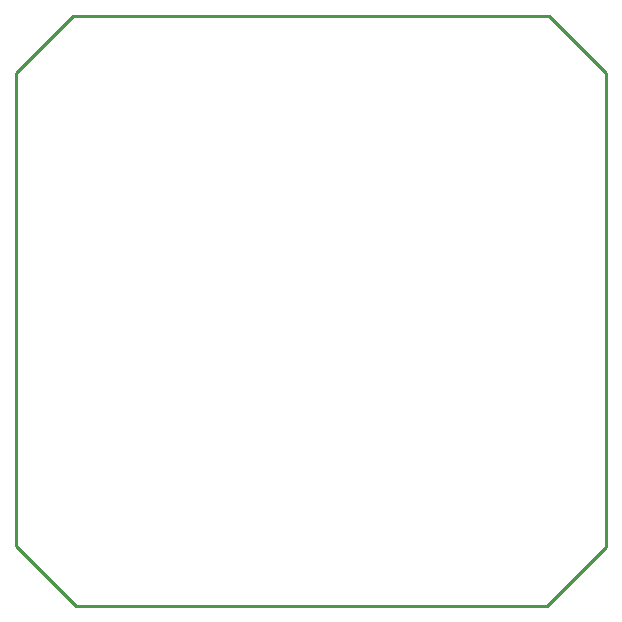
<source format=gko>
%FSLAX25Y25*%
%MOIN*%
G70*
G01*
G75*
G04 Layer_Color=16711935*
%ADD10R,0.05512X0.04724*%
%ADD11R,0.04331X0.07480*%
%ADD12R,0.05315X0.01575*%
%ADD13R,0.09449X0.02992*%
%ADD14R,0.05118X0.02756*%
%ADD15O,0.03347X0.01102*%
%ADD16O,0.01102X0.03347*%
%ADD17R,0.06693X0.06693*%
%ADD18R,0.16535X0.16535*%
%ADD19O,0.02900X0.01100*%
%ADD20O,0.01100X0.02900*%
%ADD21R,0.15748X0.15748*%
%ADD22R,0.17606X0.17606*%
%ADD23O,0.03347X0.01102*%
%ADD24O,0.01102X0.03347*%
%ADD25R,0.04724X0.04724*%
%ADD26R,0.04921X0.07874*%
%ADD27R,0.02756X0.03543*%
%ADD28R,0.02756X0.00984*%
%ADD29R,0.02402X0.08661*%
%ADD30R,0.05512X0.04331*%
%ADD31R,0.01181X0.01181*%
%ADD32R,0.01181X0.01181*%
%ADD33R,0.02362X0.01969*%
%ADD34R,0.01969X0.02362*%
%ADD35R,0.02756X0.03543*%
%ADD36R,0.03543X0.02756*%
%ADD37R,0.02992X0.09449*%
%ADD38R,0.04331X0.05512*%
%ADD39R,0.04724X0.04724*%
%ADD40R,0.07480X0.04331*%
%ADD41C,0.01200*%
%ADD42C,0.02000*%
%ADD43C,0.01000*%
%ADD44C,0.01500*%
%ADD45O,0.06299X0.04724*%
%ADD46C,0.04724*%
%ADD47R,0.06299X0.06299*%
%ADD48C,0.06299*%
%ADD49R,0.07480X0.07480*%
%ADD50C,0.07480*%
%ADD51C,0.02400*%
%ADD52C,0.03150*%
%ADD53C,0.04000*%
%ADD54O,0.08331X0.06756*%
%ADD55C,0.06756*%
G04:AMPARAMS|DCode=56|XSize=99.37mil|YSize=99.37mil|CornerRadius=0mil|HoleSize=0mil|Usage=FLASHONLY|Rotation=0.000|XOffset=0mil|YOffset=0mil|HoleType=Round|Shape=Relief|Width=10mil|Gap=10mil|Entries=4|*
%AMTHD56*
7,0,0,0.09937,0.07937,0.01000,45*
%
%ADD56THD56*%
%ADD57C,0.07937*%
G04:AMPARAMS|DCode=58|XSize=95.433mil|YSize=95.433mil|CornerRadius=0mil|HoleSize=0mil|Usage=FLASHONLY|Rotation=0.000|XOffset=0mil|YOffset=0mil|HoleType=Round|Shape=Relief|Width=10mil|Gap=10mil|Entries=4|*
%AMTHD58*
7,0,0,0.09543,0.07543,0.01000,45*
%
%ADD58THD58*%
%ADD59C,0.07543*%
G04:AMPARAMS|DCode=60|XSize=72mil|YSize=72mil|CornerRadius=0mil|HoleSize=0mil|Usage=FLASHONLY|Rotation=0.000|XOffset=0mil|YOffset=0mil|HoleType=Round|Shape=Relief|Width=10mil|Gap=10mil|Entries=4|*
%AMTHD60*
7,0,0,0.07200,0.05200,0.01000,45*
%
%ADD60THD60*%
%ADD61C,0.05200*%
%ADD62C,0.00984*%
%ADD63C,0.00394*%
%ADD64C,0.00315*%
%ADD65C,0.00787*%
%ADD66C,0.00500*%
%ADD67R,0.02756X0.02756*%
%ADD68R,0.02756X0.02756*%
%ADD69R,0.05039X0.04252*%
%ADD70R,0.09370X0.02913*%
%ADD71O,0.03150X0.00906*%
%ADD72O,0.00906X0.03150*%
%ADD73O,0.02920X0.01120*%
%ADD74O,0.01120X0.02920*%
%ADD75R,0.15348X0.15348*%
%ADD76O,0.00700X0.02500*%
%ADD77O,0.02500X0.00700*%
%ADD78R,0.02913X0.09370*%
%ADD79R,0.05906X0.05118*%
%ADD80R,0.05131X0.08280*%
%ADD81R,0.06115X0.02375*%
%ADD82R,0.09528X0.03071*%
%ADD83R,0.05918X0.03556*%
%ADD84O,0.03898X0.01654*%
%ADD85O,0.01654X0.03898*%
%ADD86R,0.07244X0.07244*%
%ADD87O,0.03700X0.01900*%
%ADD88O,0.01900X0.03700*%
%ADD89R,0.16548X0.16548*%
%ADD90R,0.18709X0.18709*%
%ADD91O,0.04449X0.02205*%
%ADD92O,0.02205X0.04449*%
%ADD93R,0.05524X0.05524*%
%ADD94R,0.05709X0.08661*%
%ADD95R,0.03556X0.04343*%
%ADD96R,0.03556X0.01784*%
%ADD97R,0.03202X0.09461*%
%ADD98R,0.06312X0.05131*%
%ADD99R,0.03162X0.02769*%
%ADD100R,0.02769X0.03162*%
%ADD101R,0.03556X0.04343*%
%ADD102R,0.04343X0.03556*%
%ADD103R,0.03071X0.09528*%
%ADD104R,0.05131X0.06312*%
%ADD105R,0.05524X0.05524*%
%ADD106R,0.08280X0.05131*%
%ADD107O,0.07099X0.05524*%
%ADD108C,0.05524*%
%ADD109R,0.07099X0.07099*%
%ADD110C,0.07099*%
%ADD111R,0.08280X0.08280*%
%ADD112C,0.08280*%
%ADD113C,0.03200*%
D43*
X120000Y100500D02*
X277000D01*
X100000Y120500D02*
X120000Y100500D01*
X100000Y120500D02*
Y278000D01*
X119000Y297000D02*
X277500D01*
X100000Y278000D02*
X119000Y297000D01*
X277500D02*
X296500Y278000D01*
Y120000D02*
Y278000D01*
X277000Y100500D02*
X296500Y120000D01*
X276000Y100500D02*
X276500D01*
M02*

</source>
